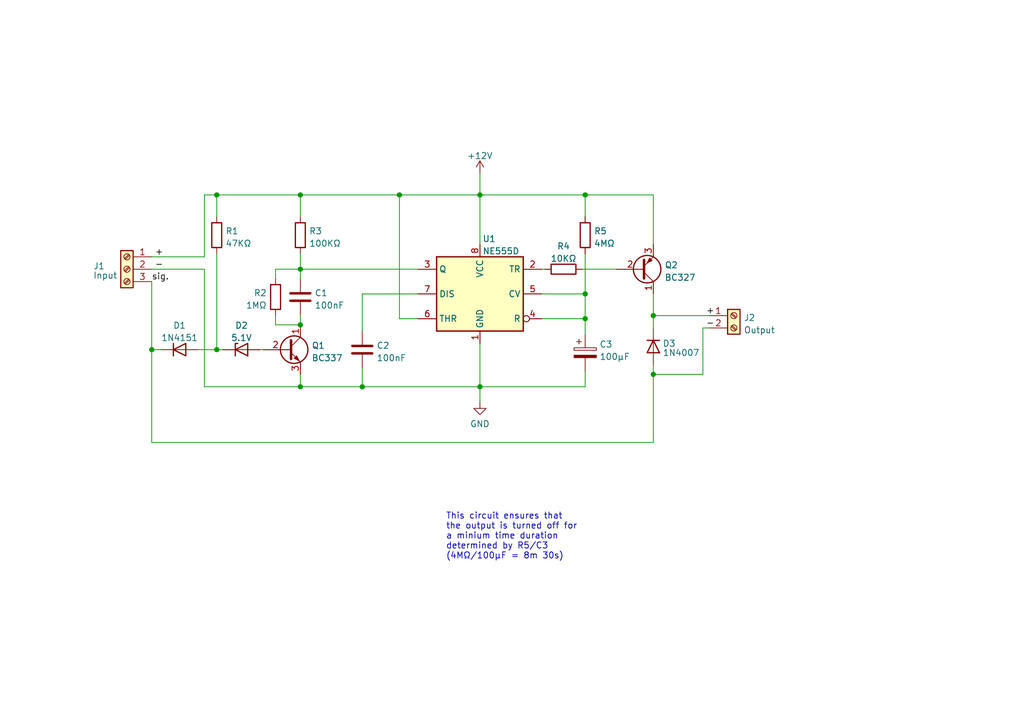
<source format=kicad_sch>
(kicad_sch (version 20211123) (generator eeschema)
  (paper "A5")
  (title_block (title "555 Delay Timer") (date "2025-01-02") (company "Copyright (C) 2024, Karim Hraibi"))
  (lib_symbols
    (symbol "Connector:Screw_Terminal_01x02" (pin_names (offset 1.016) hide)
      (property "Reference" "J" (at 0 2.54 0))
      (property "Value" "Screw_Terminal_01x02" (at 0 -5.08 0))
      (symbol "Screw_Terminal_01x02_1_1"
        (rectangle (start -1.27 1.27) (end 1.27 -3.81) (stroke (width 0.254)) (fill (type background)))
        (circle (center 0 -2.54) (radius 0.635) (stroke (width 0.1524)))
        (polyline (pts (xy -0.5334 -2.2098) (xy 0.3302 -3.048)) (stroke (width 0.1524)))
        (polyline (pts (xy -0.5334 0.3302) (xy 0.3302 -0.508)) (stroke (width 0.1524)))
        (polyline (pts (xy -0.3556 -2.032) (xy 0.508 -2.8702)) (stroke (width 0.1524)))
        (polyline (pts (xy -0.3556 0.508) (xy 0.508 -0.3302)) (stroke (width 0.1524)))
        (circle (center 0 0) (radius 0.635) (stroke (width 0.1524)))
        (pin passive line (at -5.08 0 0) (length 3.81) (name "Pin_1") (number "1"))
        (pin passive line (at -5.08 -2.54 0) (length 3.81) (name "Pin_2") (number "2"))
      )
    )
    (symbol "Connector:Screw_Terminal_01x03" (pin_names (offset 1.016) hide)
      (property "Reference" "J" (at 0 5.08 0))
      (property "Value" "Screw_Terminal_01x03" (at 0 -5.08 0))
      (symbol "Screw_Terminal_01x03_1_1"
        (rectangle (start -1.27 3.81) (end 1.27 -3.81) (stroke (width 0.254)) (fill (type background)))
        (circle (center 0 -2.54) (radius 0.635) (stroke (width 0.1524)))
        (polyline (pts (xy -0.5334 -2.2098) (xy 0.3302 -3.048)) (stroke (width 0.1524)))
        (polyline (pts (xy -0.5334 0.3302) (xy 0.3302 -0.508)) (stroke (width 0.1524)))
        (polyline (pts (xy -0.5334 2.8702) (xy 0.3302 2.032)) (stroke (width 0.1524)))
        (polyline (pts (xy -0.3556 -2.032) (xy 0.508 -2.8702)) (stroke (width 0.1524)))
        (polyline (pts (xy -0.3556 0.508) (xy 0.508 -0.3302)) (stroke (width 0.1524)))
        (polyline (pts (xy -0.3556 3.048) (xy 0.508 2.2098)) (stroke (width 0.1524)))
        (circle (center 0 0) (radius 0.635) (stroke (width 0.1524)))
        (circle (center 0 2.54) (radius 0.635) (stroke (width 0.1524)))
        (pin passive line (at -5.08 2.54 0) (length 3.81) (name "Pin_1") (number "1"))
        (pin passive line (at -5.08 0 0) (length 3.81) (name "Pin_2") (number "2"))
        (pin passive line (at -5.08 -2.54 0) (length 3.81) (name "Pin_3") (number "3"))
      )
    )
    (symbol "Device:C" (pin_numbers hide) (pin_names (offset 0.254))
      (property "Reference" "C" (at 0.635 2.54 0))
      (property "Value" "C" (at 0.635 -2.54 0))
      (symbol "C_0_1"
        (polyline (pts (xy -2.032 -0.762) (xy 2.032 -0.762)) (stroke (width 0.508)))
        (polyline (pts (xy -2.032 0.762) (xy 2.032 0.762)) (stroke (width 0.508)))
      )
      (symbol "C_1_1"
        (pin passive line (at 0 3.81 270) (length 2.794) (name "~") (number "1"))
        (pin passive line (at 0 -3.81 90) (length 2.794) (name "~") (number "2"))
      )
    )
    (symbol "Device:C_Polarized" (pin_numbers hide) (pin_names (offset 0.254))
      (property "Reference" "C" (at 0.635 2.54 0))
      (property "Value" "C_Polarized" (at 0.635 -2.54 0))
      (symbol "C_Polarized_0_1"
        (rectangle (start -2.286 0.508) (end 2.286 1.016))
        (polyline (pts (xy -1.778 2.286) (xy -0.762 2.286)))
        (polyline (pts (xy -1.27 2.794) (xy -1.27 1.778)))
        (rectangle (start 2.286 -0.508) (end -2.286 -1.016) (fill (type outline)))
      )
      (symbol "C_Polarized_1_1"
        (pin passive line (at 0 3.81 270) (length 2.794) (name "~") (number "1"))
        (pin passive line (at 0 -3.81 90) (length 2.794) (name "~") (number "2"))
      )
    )
    (symbol "Device:D_Zener" (pin_numbers hide) (pin_names (offset 1.016) hide)
      (property "Reference" "D" (at 0 2.54 0))
      (property "Value" "D_Zener" (at 0 -2.54 0))
      (symbol "D_Zener_0_1"
        (polyline (pts (xy 1.27 0) (xy -1.27 0)))
        (polyline (pts (xy -1.27 -1.27) (xy -1.27 1.27) (xy -0.762 1.27)) (stroke (width 0.254)))
        (polyline (pts (xy 1.27 -1.27) (xy 1.27 1.27) (xy -1.27 0) (xy 1.27 -1.27)) (stroke (width 0.254)))
      )
      (symbol "D_Zener_1_1"
        (pin passive line (at -3.81 0 0) (length 2.54) (name "K") (number "1"))
        (pin passive line (at 3.81 0 180) (length 2.54) (name "A") (number "2"))
      )
    )
    (symbol "Device:R" (pin_numbers hide) (pin_names (offset 0))
      (property "Reference" "R" (at 2.032 0 90))
      (property "Value" "R" (at 0 0 90))
      (symbol "R_0_1"
        (rectangle (start -1.016 -2.54) (end 1.016 2.54) (stroke (width 0.254)))
      )
      (symbol "R_1_1"
        (pin passive line (at 0 3.81 270) (length 1.27) (name "~") (number "1"))
        (pin passive line (at 0 -3.81 90) (length 1.27) (name "~") (number "2"))
      )
    )
    (symbol "Diode:1N4007" (pin_numbers hide) (pin_names (offset 1.016) hide)
      (property "Reference" "D" (at 0 2.54 0))
      (property "Value" "1N4007" (at 0 -2.54 0))
      (symbol "1N4007_0_1"
        (polyline (pts (xy -1.27 1.27) (xy -1.27 -1.27)) (stroke (width 0.254)))
        (polyline (pts (xy 1.27 0) (xy -1.27 0)))
        (polyline (pts (xy 1.27 1.27) (xy 1.27 -1.27) (xy -1.27 0) (xy 1.27 1.27)) (stroke (width 0.254)))
      )
      (symbol "1N4007_1_1"
        (pin passive line (at -3.81 0 0) (length 2.54) (name "K") (number "1"))
        (pin passive line (at 3.81 0 180) (length 2.54) (name "A") (number "2"))
      )
    )
    (symbol "Diode:1N4151" (pin_numbers hide) (pin_names (offset 1.016) hide)
      (property "Reference" "D" (at 0 2.54 0))
      (property "Value" "1N4151" (at 0 -2.54 0))
      (symbol "1N4151_0_1"
        (polyline (pts (xy -1.27 1.27) (xy -1.27 -1.27)) (stroke (width 0.254)))
        (polyline (pts (xy 1.27 0) (xy -1.27 0)))
        (polyline (pts (xy 1.27 1.27) (xy 1.27 -1.27) (xy -1.27 0) (xy 1.27 1.27)) (stroke (width 0.254)))
      )
      (symbol "1N4151_1_1"
        (pin passive line (at -3.81 0 0) (length 2.54) (name "K") (number "1"))
        (pin passive line (at 3.81 0 180) (length 2.54) (name "A") (number "2"))
      )
    )
    (symbol "Timer:NE555D"
      (property "Reference" "U" (at -10.16 8.89 0))
      (property "Value" "NE555D" (at 2.54 8.89 0))
      (symbol "NE555D_0_0"
        (pin power_in line (at 0 -10.16 90) (length 2.54) (name "GND") (number "1"))
        (pin power_in line (at 0 10.16 270) (length 2.54) (name "VCC") (number "8"))
      )
      (symbol "NE555D_0_1"
        (rectangle (start -8.89 -7.62) (end 8.89 7.62) (stroke (width 0.254)) (fill (type background)))
        (rectangle (start -8.89 -7.62) (end 8.89 7.62) (stroke (width 0.254)) (fill (type background)))
      )
      (symbol "NE555D_1_1"
        (pin input line (at -12.7 5.08 0) (length 3.81) (name "TR") (number "2"))
        (pin output line (at 12.7 5.08 180) (length 3.81) (name "Q") (number "3"))
        (pin input inverted (at -12.7 -5.08 0) (length 3.81) (name "R") (number "4"))
        (pin input line (at -12.7 0 0) (length 3.81) (name "CV") (number "5"))
        (pin input line (at 12.7 -5.08 180) (length 3.81) (name "THR") (number "6"))
        (pin input line (at 12.7 0 180) (length 3.81) (name "DIS") (number "7"))
      )
    )
    (symbol "Transistor_BJT:BC327" (pin_names (offset 0) hide)
      (property "Reference" "Q" (at 5.08 1.905 0))
      (property "Value" "BC327" (at 5.08 0 0))
      (symbol "BC327_0_1"
        (polyline (pts (xy 0.635 0.635) (xy 2.54 2.54)))
        (polyline (pts (xy 0.635 -0.635) (xy 2.54 -2.54) (xy 2.54 -2.54)))
        (polyline (pts (xy 0.635 1.905) (xy 0.635 -1.905) (xy 0.635 -1.905)) (stroke (width 0.508)))
        (polyline (pts (xy 2.286 -1.778) (xy 1.778 -2.286) (xy 1.27 -1.27) (xy 2.286 -1.778) (xy 2.286 -1.778)) (fill (type outline)))
        (circle (center 1.27 0) (radius 2.8194) (stroke (width 0.254)))
      )
      (symbol "BC327_1_1"
        (pin passive line (at 2.54 5.08 270) (length 2.54) (name "C") (number "1"))
        (pin input line (at -5.08 0 0) (length 5.715) (name "B") (number "2"))
        (pin passive line (at 2.54 -5.08 90) (length 2.54) (name "E") (number "3"))
      )
    )
    (symbol "Transistor_BJT:BC337" (pin_names (offset 0) hide)
      (property "Reference" "Q" (at 5.08 1.905 0))
      (property "Value" "BC337" (at 5.08 0 0))
      (symbol "BC337_0_1"
        (polyline (pts (xy 0 0) (xy 0.635 0)))
        (polyline (pts (xy 0.635 0.635) (xy 2.54 2.54)))
        (polyline (pts (xy 0.635 -0.635) (xy 2.54 -2.54) (xy 2.54 -2.54)))
        (polyline (pts (xy 0.635 1.905) (xy 0.635 -1.905) (xy 0.635 -1.905)) (stroke (width 0.508)))
        (polyline (pts (xy 1.27 -1.778) (xy 1.778 -1.27) (xy 2.286 -2.286) (xy 1.27 -1.778) (xy 1.27 -1.778)) (fill (type outline)))
        (circle (center 1.27 0) (radius 2.8194) (stroke (width 0.254)))
      )
      (symbol "BC337_1_1"
        (pin passive line (at 2.54 5.08 270) (length 2.54) (name "C") (number "1"))
        (pin input line (at -5.08 0 0) (length 5.08) (name "B") (number "2"))
        (pin passive line (at 2.54 -5.08 90) (length 2.54) (name "E") (number "3"))
      )
    )
    (symbol "power:+12V" (power) (pin_names (offset 0))
      (property "Value" "+12V" (at 0 3.556 0))
      (symbol "+12V_0_1"
        (polyline (pts (xy -0.762 1.27) (xy 0 2.54)))
        (polyline (pts (xy 0 0) (xy 0 2.54)))
        (polyline (pts (xy 0 2.54) (xy 0.762 1.27)))
      )
      (symbol "+12V_1_1"
        (pin power_in line (at 0 0 90) (length 0) hide (name "+12V") (number "1"))
      )
    )
    (symbol "power:GND" (power) (pin_names (offset 0))
      (property "Value" "GND" (at 0 -3.81 0))
      (symbol "GND_0_1"
        (polyline (pts (xy 0 0) (xy 0 -1.27) (xy 1.27 -1.27) (xy 0 -2.54) (xy -1.27 -1.27) (xy 0 -1.27)))
      )
      (symbol "GND_1_1"
        (pin power_in line (at 0 0 270) (length 0) hide (name "GND") (number "1"))
      )
    )
  )
  (junction (at 61.595 40.005))
  (junction (at 133.985 64.77))
  (junction (at 44.45 71.755))
  (junction (at 61.595 79.375))
  (junction (at 120.015 40.005))
  (junction (at 98.425 79.375))
  (junction (at 98.425 40.005))
  (junction (at 44.45 40.005))
  (junction (at 133.985 76.835))
  (junction (at 120.015 60.325))
  (junction (at 61.595 55.245))
  (junction (at 61.595 66.675))
  (junction (at 120.015 65.405))
  (junction (at 74.295 79.375))
  (junction (at 31.115 71.755))
  (junction (at 81.915 40.005))
  (wire (pts (xy 133.985 64.77) (xy 133.985 67.31)))
  (wire (pts (xy 31.115 55.245) (xy 41.91 55.245)))
  (wire (pts (xy 98.425 79.375) (xy 98.425 82.55)))
  (wire (pts (xy 56.515 66.675) (xy 61.595 66.675)))
  (wire (pts (xy 111.125 60.325) (xy 120.015 60.325)))
  (wire (pts (xy 120.015 65.405) (xy 120.015 68.58)))
  (wire (pts (xy 31.115 52.705) (xy 41.91 52.705)))
  (wire (pts (xy 119.38 55.245) (xy 126.365 55.245)))
  (wire (pts (xy 31.115 57.785) (xy 31.115 71.755)))
  (wire (pts (xy 133.985 40.005) (xy 133.985 50.165)))
  (wire (pts (xy 120.015 76.2) (xy 120.015 79.375)))
  (wire (pts (xy 44.45 52.07) (xy 44.45 71.755)))
  (wire (pts (xy 98.425 70.485) (xy 98.425 79.375)))
  (wire (pts (xy 61.595 76.835) (xy 61.595 79.375)))
  (wire (pts (xy 41.91 55.245) (xy 41.91 79.375)))
  (wire (pts (xy 81.915 65.405) (xy 85.725 65.405)))
  (wire (pts (xy 56.515 64.77) (xy 56.515 66.675)))
  (wire (pts (xy 133.985 76.835) (xy 144.145 76.835)))
  (wire (pts (xy 120.015 40.005) (xy 133.985 40.005)))
  (wire (pts (xy 41.91 40.005) (xy 41.91 52.705)))
  (wire (pts (xy 53.34 71.755) (xy 53.975 71.755)))
  (wire (pts (xy 144.145 67.31) (xy 145.415 67.31)))
  (wire (pts (xy 81.915 65.405) (xy 81.915 40.005)))
  (wire (pts (xy 98.425 40.005) (xy 98.425 50.165)))
  (wire (pts (xy 133.985 74.93) (xy 133.985 76.835)))
  (wire (pts (xy 81.915 40.005) (xy 98.425 40.005)))
  (wire (pts (xy 133.985 60.325) (xy 133.985 64.77)))
  (wire (pts (xy 44.45 71.755) (xy 45.72 71.755)))
  (wire (pts (xy 120.015 60.325) (xy 120.015 65.405)))
  (wire (pts (xy 41.91 40.005) (xy 44.45 40.005)))
  (wire (pts (xy 41.91 79.375) (xy 61.595 79.375)))
  (wire (pts (xy 61.595 55.245) (xy 85.725 55.245)))
  (wire (pts (xy 61.595 57.15) (xy 61.595 55.245)))
  (wire (pts (xy 98.425 35.56) (xy 98.425 40.005)))
  (wire (pts (xy 40.64 71.755) (xy 44.45 71.755)))
  (wire (pts (xy 31.115 71.755) (xy 33.02 71.755)))
  (wire (pts (xy 31.115 71.755) (xy 31.115 90.805)))
  (wire (pts (xy 74.295 60.325) (xy 74.295 67.945)))
  (wire (pts (xy 98.425 40.005) (xy 120.015 40.005)))
  (wire (pts (xy 61.595 52.07) (xy 61.595 55.245)))
  (wire (pts (xy 133.985 76.835) (xy 133.985 90.805)))
  (wire (pts (xy 133.985 64.77) (xy 145.415 64.77)))
  (wire (pts (xy 61.595 40.005) (xy 81.915 40.005)))
  (wire (pts (xy 44.45 40.005) (xy 44.45 44.45)))
  (wire (pts (xy 56.515 57.15) (xy 56.515 55.245)))
  (wire (pts (xy 61.595 79.375) (xy 74.295 79.375)))
  (wire (pts (xy 120.015 40.005) (xy 120.015 44.45)))
  (wire (pts (xy 111.125 65.405) (xy 120.015 65.405)))
  (wire (pts (xy 56.515 55.245) (xy 61.595 55.245)))
  (wire (pts (xy 120.015 52.07) (xy 120.015 60.325)))
  (wire (pts (xy 111.125 55.245) (xy 111.76 55.245)))
  (wire (pts (xy 44.45 40.005) (xy 61.595 40.005)))
  (wire (pts (xy 31.115 90.805) (xy 133.985 90.805)))
  (wire (pts (xy 144.145 67.31) (xy 144.145 76.835)))
  (wire (pts (xy 120.015 79.375) (xy 98.425 79.375)))
  (wire (pts (xy 74.295 75.565) (xy 74.295 79.375)))
  (wire (pts (xy 61.595 64.77) (xy 61.595 66.675)))
  (wire (pts (xy 61.595 44.45) (xy 61.595 40.005)))
  (wire (pts (xy 85.725 60.325) (xy 74.295 60.325)))
  (wire (pts (xy 74.295 79.375) (xy 98.425 79.375)))
  (text "This circuit ensures that \nthe output is turned off for \na minium time duration \ndetermined by R5/C3 \n(4MΩ/100µF = 8m 30s)" (at 91.44 114.935 0) (effects (font (size 1.27 1.27)) (justify left bottom)))
  (label "+" (at 144.78 64.77 0))
  (label "sig." (at 31.115 57.785 0))
  (label "-" (at 31.75 55.245 0))
  (label "+" (at 31.75 52.705 0))
  (label "-" (at 144.78 67.31 0))
  (symbol (lib_id "power:GND") (at 98.425 82.55 0) (unit 1)
    (property "Reference" "#PWR02" (effects hide))
    (property "Value" "GND" (at 98.425 86.9934 0))
  )
  (symbol (lib_id "Device:C") (at 61.595 60.96 0) (unit 1)
    (property "Reference" "C1" (at 64.516 60.1253 0) (effects (justify left)))
    (property "Value" "100nF" (at 64.516 62.6622 0) (effects (justify left)))
  )
  (symbol (lib_id "Connector:Screw_Terminal_01x03") (at 26.035 55.245 0) (mirror y) (unit 1)
    (property "Reference" "J1" (at 20.32 54.61 0))
    (property "Value" "Input" (at 21.59 56.515 0))
  )
  (symbol (lib_id "Transistor_BJT:BC327") (at 131.445 55.245 0) (mirror x) (unit 1)
    (property "Reference" "Q2" (at 136.2964 54.4103 0) (effects (justify left)))
    (property "Value" "BC327" (at 136.2964 56.9472 0) (effects (justify left)))
    (property "Footprint" "Package_TO_SOT_THT:TO-92_Inline" (effects hide))
    (property "Datasheet" "http://www.onsemi.com/pub_link/Collateral/BC327-D.PDF" (effects hide))
  )
  (symbol (lib_id "Device:C") (at 74.295 71.755 0) (unit 1)
    (property "Reference" "C2" (at 77.216 70.9203 0) (effects (justify left)))
    (property "Value" "100nF" (at 77.216 73.4572 0) (effects (justify left)))
  )
  (symbol (lib_id "Device:R") (at 44.45 48.26 180) (unit 1)
    (property "Reference" "R1" (at 46.228 47.4253 0) (effects (justify right)))
    (property "Value" "47KΩ" (at 46.228 49.9622 0) (effects (justify right)))
  )
  (symbol (lib_id "Connector:Screw_Terminal_01x02") (at 150.495 64.77 0) (unit 1)
    (property "Reference" "J2" (at 152.527 65.2053 0) (effects (justify left)))
    (property "Value" "Output" (at 152.527 67.7422 0) (effects (justify left)))
  )
  (symbol (lib_id "Timer:NE555D") (at 98.425 60.325 0) (mirror y) (unit 1)
    (property "Reference" "U1" (at 98.9456 49.0052 0) (effects (justify right)))
    (property "Value" "NE555D" (at 98.9456 51.5421 0) (effects (justify right)))
    (property "Footprint" "Package_SO:SOIC-8_3.9x4.9mm_P1.27mm" (effects hide))
    (property "Datasheet" "http://www.ti.com/lit/ds/symlink/ne555.pdf" (effects hide))
  )
  (symbol (lib_id "Diode:1N4007") (at 133.985 71.12 270) (unit 1)
    (property "Reference" "D3" (at 135.89 70.485 90) (effects (justify left)))
    (property "Value" "1N4007" (at 135.89 72.39 90) (effects (justify left)))
    (property "Footprint" "Diode_THT:D_DO-41_SOD81_P10.16mm_Horizontal" (effects hide))
    (property "Datasheet" "http://www.vishay.com/docs/88503/1n4001.pdf" (effects hide))
  )
  (symbol (lib_id "Device:R") (at 115.57 55.245 270) (unit 1)
    (property "Reference" "R4" (at 115.57 50.5292 90))
    (property "Value" "10KΩ" (at 115.57 53.0661 90))
  )
  (symbol (lib_id "Transistor_BJT:BC337") (at 59.055 71.755 0) (unit 1)
    (property "Reference" "Q1" (at 63.9064 70.9203 0) (effects (justify left)))
    (property "Value" "BC337" (at 63.9064 73.4572 0) (effects (justify left)))
    (property "Footprint" "Package_TO_SOT_THT:TO-92_Inline" (effects hide))
    (property "Datasheet" "https://diotec.com/tl_files/diotec/files/pdf/datasheets/bc337.pdf" (effects hide))
  )
  (symbol (lib_id "Device:R") (at 120.015 48.26 0) (unit 1)
    (property "Reference" "R5" (at 121.793 47.4253 0) (effects (justify left)))
    (property "Value" "4MΩ" (at 121.793 49.9622 0) (effects (justify left)))
  )
  (symbol (lib_id "Diode:1N4151") (at 36.83 71.755 0) (unit 1)
    (property "Reference" "D1" (at 36.83 66.7852 0))
    (property "Value" "1N4151" (at 36.83 69.3221 0))
    (property "Footprint" "Diode_THT:D_DO-35_SOD27_P7.62mm_Horizontal" (effects hide))
    (property "Datasheet" "http://www.microsemi.com/document-portal/doc_view/11580-lds-0239" (effects hide))
  )
  (symbol (lib_id "power:+12V") (at 98.425 35.56 0) (unit 1)
    (property "Reference" "#PWR01" (effects hide))
    (property "Value" "+12V" (at 98.425 31.9842 0))
  )
  (symbol (lib_id "Device:C_Polarized") (at 120.015 72.39 0) (unit 1)
    (property "Reference" "C3" (at 122.936 70.6663 0) (effects (justify left)))
    (property "Value" "100µF" (at 122.936 73.2032 0) (effects (justify left)))
  )
  (symbol (lib_id "Device:D_Zener") (at 49.53 71.755 0) (unit 1)
    (property "Reference" "D2" (at 49.53 66.7852 0))
    (property "Value" "5.1V" (at 49.53 69.3221 0))
  )
  (symbol (lib_id "Device:R") (at 56.515 60.96 0) (mirror x) (unit 1)
    (property "Reference" "R2" (at 54.737 60.1253 0) (effects (justify right)))
    (property "Value" "1MΩ" (at 54.737 62.6622 0) (effects (justify right)))
  )
  (symbol (lib_id "Device:R") (at 61.595 48.26 0) (unit 1)
    (property "Reference" "R3" (at 63.373 47.4253 0) (effects (justify left)))
    (property "Value" "100KΩ" (at 63.373 49.9622 0) (effects (justify left)))
  )
)
</source>
